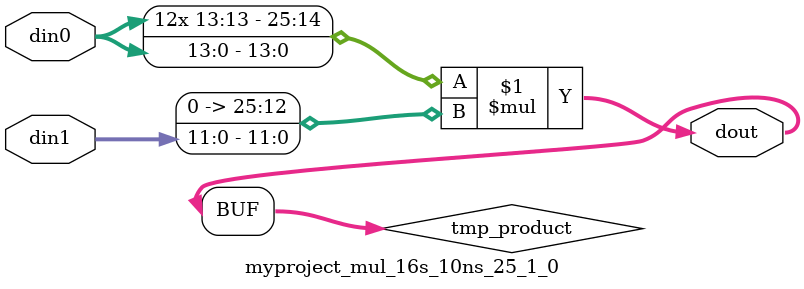
<source format=v>

`timescale 1 ns / 1 ps

  module myproject_mul_16s_10ns_25_1_0(din0, din1, dout);
parameter ID = 1;
parameter NUM_STAGE = 0;
parameter din0_WIDTH = 14;
parameter din1_WIDTH = 12;
parameter dout_WIDTH = 26;

input [din0_WIDTH - 1 : 0] din0; 
input [din1_WIDTH - 1 : 0] din1; 
output [dout_WIDTH - 1 : 0] dout;

wire signed [dout_WIDTH - 1 : 0] tmp_product;












assign tmp_product = $signed(din0) * $signed({1'b0, din1});









assign dout = tmp_product;







endmodule

</source>
